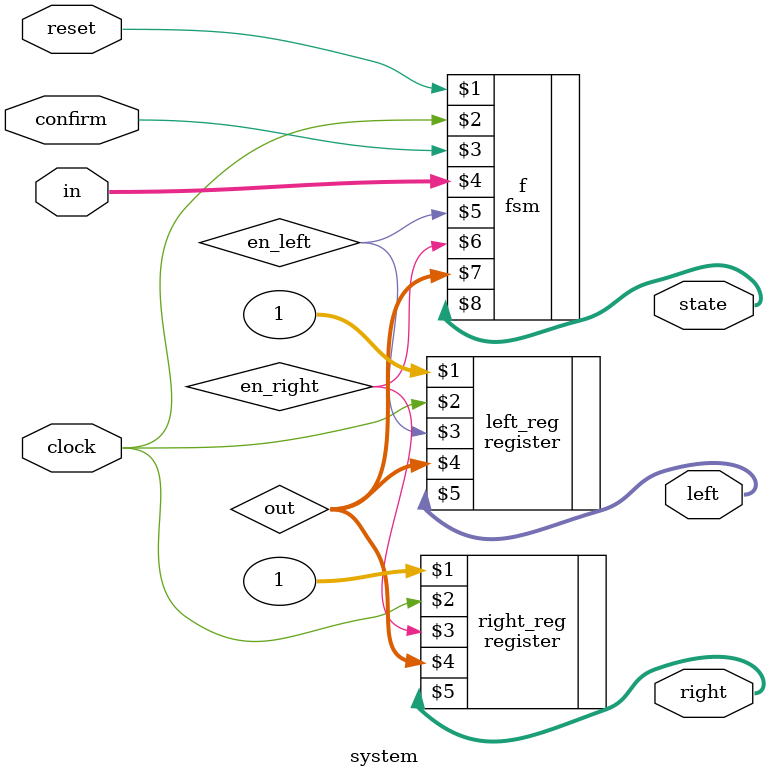
<source format=v>
`timescale 1ns / 1ps
module system(confirm,reset,clock,in,state,left,right);
	input confirm;
	input reset;
	input clock;
	input [3:0]in;
	output [2:0]state;
	output [3:0]left;
	output [3:0]right;
	wire [3:0]out;
	register right_reg(1, clock, en_right, out, right);
	register left_reg(1, clock, en_left, out, left);
	fsm f( reset, clock, confirm, in, en_left, en_right, out, state);
endmodule

</source>
